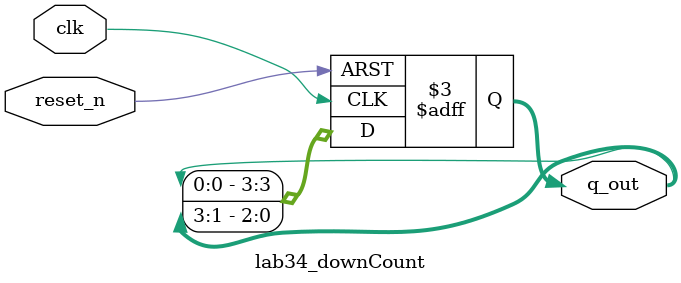
<source format=v>
`timescale 1ns / 1ps

//counting the sequence -- 8-4-2-1-8-4-2-1- (ring counter)
module lab34_downCount(
                            input clk, reset_n,
                            output reg [3:0]q_out
    );
    always @(posedge clk or negedge reset_n)
    begin
        if(!reset_n)
            q_out <= 4'b1000;
        else
//            begin
//                if(q_out == 4'b0001)
//                    q_out <= 4'b1000;
//                else
//                   q_out <= q_out >> 1 ;
  
//            end

         q_out <= {q_out[0], q_out[3:1]};
    
    end
endmodule

</source>
